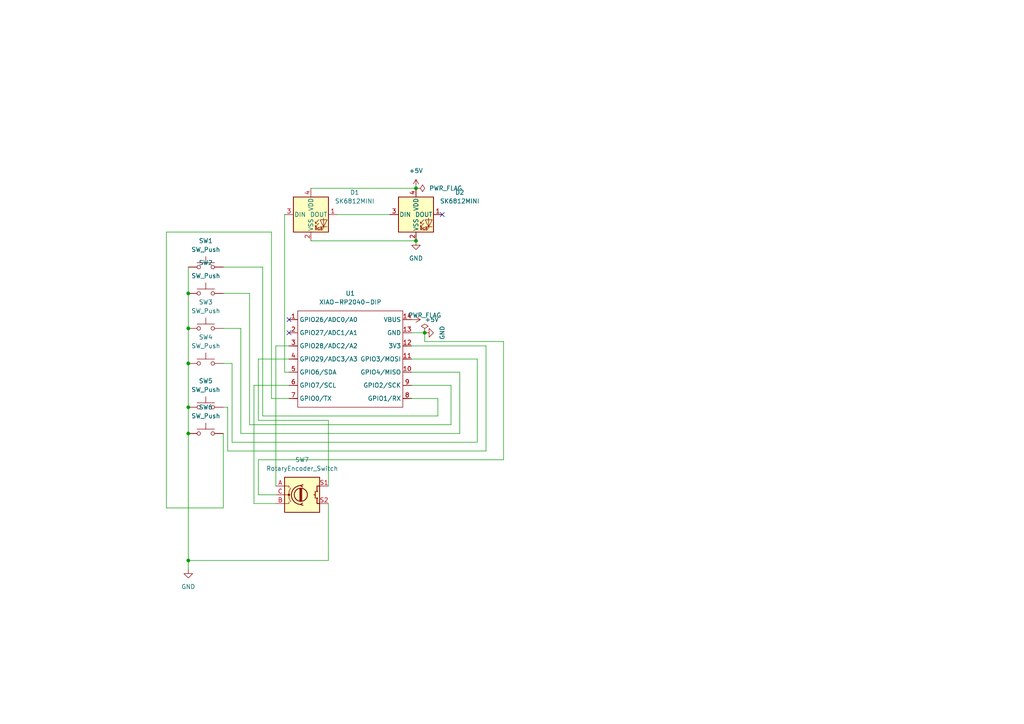
<source format=kicad_sch>
(kicad_sch
	(version 20250114)
	(generator "eeschema")
	(generator_version "9.0")
	(uuid "aec48e32-8e42-4e93-9dc4-ae3aaa8d5e45")
	(paper "A4")
	(lib_symbols
		(symbol "Device:RotaryEncoder_Switch"
			(pin_names
				(offset 0.254)
				(hide yes)
			)
			(exclude_from_sim no)
			(in_bom yes)
			(on_board yes)
			(property "Reference" "SW"
				(at 0 6.604 0)
				(effects
					(font
						(size 1.27 1.27)
					)
				)
			)
			(property "Value" "RotaryEncoder_Switch"
				(at 0 -6.604 0)
				(effects
					(font
						(size 1.27 1.27)
					)
				)
			)
			(property "Footprint" ""
				(at -3.81 4.064 0)
				(effects
					(font
						(size 1.27 1.27)
					)
					(hide yes)
				)
			)
			(property "Datasheet" "~"
				(at 0 6.604 0)
				(effects
					(font
						(size 1.27 1.27)
					)
					(hide yes)
				)
			)
			(property "Description" "Rotary encoder, dual channel, incremental quadrate outputs, with switch"
				(at 0 0 0)
				(effects
					(font
						(size 1.27 1.27)
					)
					(hide yes)
				)
			)
			(property "ki_keywords" "rotary switch encoder switch push button"
				(at 0 0 0)
				(effects
					(font
						(size 1.27 1.27)
					)
					(hide yes)
				)
			)
			(property "ki_fp_filters" "RotaryEncoder*Switch*"
				(at 0 0 0)
				(effects
					(font
						(size 1.27 1.27)
					)
					(hide yes)
				)
			)
			(symbol "RotaryEncoder_Switch_0_1"
				(rectangle
					(start -5.08 5.08)
					(end 5.08 -5.08)
					(stroke
						(width 0.254)
						(type default)
					)
					(fill
						(type background)
					)
				)
				(polyline
					(pts
						(xy -5.08 2.54) (xy -3.81 2.54) (xy -3.81 2.032)
					)
					(stroke
						(width 0)
						(type default)
					)
					(fill
						(type none)
					)
				)
				(polyline
					(pts
						(xy -5.08 0) (xy -3.81 0) (xy -3.81 -1.016) (xy -3.302 -2.032)
					)
					(stroke
						(width 0)
						(type default)
					)
					(fill
						(type none)
					)
				)
				(polyline
					(pts
						(xy -5.08 -2.54) (xy -3.81 -2.54) (xy -3.81 -2.032)
					)
					(stroke
						(width 0)
						(type default)
					)
					(fill
						(type none)
					)
				)
				(polyline
					(pts
						(xy -4.318 0) (xy -3.81 0) (xy -3.81 1.016) (xy -3.302 2.032)
					)
					(stroke
						(width 0)
						(type default)
					)
					(fill
						(type none)
					)
				)
				(circle
					(center -3.81 0)
					(radius 0.254)
					(stroke
						(width 0)
						(type default)
					)
					(fill
						(type outline)
					)
				)
				(polyline
					(pts
						(xy -0.635 -1.778) (xy -0.635 1.778)
					)
					(stroke
						(width 0.254)
						(type default)
					)
					(fill
						(type none)
					)
				)
				(circle
					(center -0.381 0)
					(radius 1.905)
					(stroke
						(width 0.254)
						(type default)
					)
					(fill
						(type none)
					)
				)
				(polyline
					(pts
						(xy -0.381 -1.778) (xy -0.381 1.778)
					)
					(stroke
						(width 0.254)
						(type default)
					)
					(fill
						(type none)
					)
				)
				(arc
					(start -0.381 -2.794)
					(mid -3.0988 -0.0635)
					(end -0.381 2.667)
					(stroke
						(width 0.254)
						(type default)
					)
					(fill
						(type none)
					)
				)
				(polyline
					(pts
						(xy -0.127 1.778) (xy -0.127 -1.778)
					)
					(stroke
						(width 0.254)
						(type default)
					)
					(fill
						(type none)
					)
				)
				(polyline
					(pts
						(xy 0.254 2.921) (xy -0.508 2.667) (xy 0.127 2.286)
					)
					(stroke
						(width 0.254)
						(type default)
					)
					(fill
						(type none)
					)
				)
				(polyline
					(pts
						(xy 0.254 -3.048) (xy -0.508 -2.794) (xy 0.127 -2.413)
					)
					(stroke
						(width 0.254)
						(type default)
					)
					(fill
						(type none)
					)
				)
				(polyline
					(pts
						(xy 3.81 1.016) (xy 3.81 -1.016)
					)
					(stroke
						(width 0.254)
						(type default)
					)
					(fill
						(type none)
					)
				)
				(polyline
					(pts
						(xy 3.81 0) (xy 3.429 0)
					)
					(stroke
						(width 0.254)
						(type default)
					)
					(fill
						(type none)
					)
				)
				(circle
					(center 4.318 1.016)
					(radius 0.127)
					(stroke
						(width 0.254)
						(type default)
					)
					(fill
						(type none)
					)
				)
				(circle
					(center 4.318 -1.016)
					(radius 0.127)
					(stroke
						(width 0.254)
						(type default)
					)
					(fill
						(type none)
					)
				)
				(polyline
					(pts
						(xy 5.08 2.54) (xy 4.318 2.54) (xy 4.318 1.016)
					)
					(stroke
						(width 0.254)
						(type default)
					)
					(fill
						(type none)
					)
				)
				(polyline
					(pts
						(xy 5.08 -2.54) (xy 4.318 -2.54) (xy 4.318 -1.016)
					)
					(stroke
						(width 0.254)
						(type default)
					)
					(fill
						(type none)
					)
				)
			)
			(symbol "RotaryEncoder_Switch_1_1"
				(pin passive line
					(at -7.62 2.54 0)
					(length 2.54)
					(name "A"
						(effects
							(font
								(size 1.27 1.27)
							)
						)
					)
					(number "A"
						(effects
							(font
								(size 1.27 1.27)
							)
						)
					)
				)
				(pin passive line
					(at -7.62 0 0)
					(length 2.54)
					(name "C"
						(effects
							(font
								(size 1.27 1.27)
							)
						)
					)
					(number "C"
						(effects
							(font
								(size 1.27 1.27)
							)
						)
					)
				)
				(pin passive line
					(at -7.62 -2.54 0)
					(length 2.54)
					(name "B"
						(effects
							(font
								(size 1.27 1.27)
							)
						)
					)
					(number "B"
						(effects
							(font
								(size 1.27 1.27)
							)
						)
					)
				)
				(pin passive line
					(at 7.62 2.54 180)
					(length 2.54)
					(name "S1"
						(effects
							(font
								(size 1.27 1.27)
							)
						)
					)
					(number "S1"
						(effects
							(font
								(size 1.27 1.27)
							)
						)
					)
				)
				(pin passive line
					(at 7.62 -2.54 180)
					(length 2.54)
					(name "S2"
						(effects
							(font
								(size 1.27 1.27)
							)
						)
					)
					(number "S2"
						(effects
							(font
								(size 1.27 1.27)
							)
						)
					)
				)
			)
			(embedded_fonts no)
		)
		(symbol "LED:SK6812MINI"
			(pin_names
				(offset 0.254)
			)
			(exclude_from_sim no)
			(in_bom yes)
			(on_board yes)
			(property "Reference" "D"
				(at 5.08 5.715 0)
				(effects
					(font
						(size 1.27 1.27)
					)
					(justify right bottom)
				)
			)
			(property "Value" "SK6812MINI"
				(at 1.27 -5.715 0)
				(effects
					(font
						(size 1.27 1.27)
					)
					(justify left top)
				)
			)
			(property "Footprint" "LED_SMD:LED_SK6812MINI_PLCC4_3.5x3.5mm_P1.75mm"
				(at 1.27 -7.62 0)
				(effects
					(font
						(size 1.27 1.27)
					)
					(justify left top)
					(hide yes)
				)
			)
			(property "Datasheet" "https://cdn-shop.adafruit.com/product-files/2686/SK6812MINI_REV.01-1-2.pdf"
				(at 2.54 -9.525 0)
				(effects
					(font
						(size 1.27 1.27)
					)
					(justify left top)
					(hide yes)
				)
			)
			(property "Description" "RGB LED with integrated controller"
				(at 0 0 0)
				(effects
					(font
						(size 1.27 1.27)
					)
					(hide yes)
				)
			)
			(property "ki_keywords" "RGB LED NeoPixel Mini addressable"
				(at 0 0 0)
				(effects
					(font
						(size 1.27 1.27)
					)
					(hide yes)
				)
			)
			(property "ki_fp_filters" "LED*SK6812MINI*PLCC*3.5x3.5mm*P1.75mm*"
				(at 0 0 0)
				(effects
					(font
						(size 1.27 1.27)
					)
					(hide yes)
				)
			)
			(symbol "SK6812MINI_0_0"
				(text "RGB"
					(at 2.286 -4.191 0)
					(effects
						(font
							(size 0.762 0.762)
						)
					)
				)
			)
			(symbol "SK6812MINI_0_1"
				(polyline
					(pts
						(xy 1.27 -2.54) (xy 1.778 -2.54)
					)
					(stroke
						(width 0)
						(type default)
					)
					(fill
						(type none)
					)
				)
				(polyline
					(pts
						(xy 1.27 -3.556) (xy 1.778 -3.556)
					)
					(stroke
						(width 0)
						(type default)
					)
					(fill
						(type none)
					)
				)
				(polyline
					(pts
						(xy 2.286 -1.524) (xy 1.27 -2.54) (xy 1.27 -2.032)
					)
					(stroke
						(width 0)
						(type default)
					)
					(fill
						(type none)
					)
				)
				(polyline
					(pts
						(xy 2.286 -2.54) (xy 1.27 -3.556) (xy 1.27 -3.048)
					)
					(stroke
						(width 0)
						(type default)
					)
					(fill
						(type none)
					)
				)
				(polyline
					(pts
						(xy 3.683 -1.016) (xy 3.683 -3.556) (xy 3.683 -4.064)
					)
					(stroke
						(width 0)
						(type default)
					)
					(fill
						(type none)
					)
				)
				(polyline
					(pts
						(xy 4.699 -1.524) (xy 2.667 -1.524) (xy 3.683 -3.556) (xy 4.699 -1.524)
					)
					(stroke
						(width 0)
						(type default)
					)
					(fill
						(type none)
					)
				)
				(polyline
					(pts
						(xy 4.699 -3.556) (xy 2.667 -3.556)
					)
					(stroke
						(width 0)
						(type default)
					)
					(fill
						(type none)
					)
				)
				(rectangle
					(start 5.08 5.08)
					(end -5.08 -5.08)
					(stroke
						(width 0.254)
						(type default)
					)
					(fill
						(type background)
					)
				)
			)
			(symbol "SK6812MINI_1_1"
				(pin input line
					(at -7.62 0 0)
					(length 2.54)
					(name "DIN"
						(effects
							(font
								(size 1.27 1.27)
							)
						)
					)
					(number "3"
						(effects
							(font
								(size 1.27 1.27)
							)
						)
					)
				)
				(pin power_in line
					(at 0 7.62 270)
					(length 2.54)
					(name "VDD"
						(effects
							(font
								(size 1.27 1.27)
							)
						)
					)
					(number "4"
						(effects
							(font
								(size 1.27 1.27)
							)
						)
					)
				)
				(pin power_in line
					(at 0 -7.62 90)
					(length 2.54)
					(name "VSS"
						(effects
							(font
								(size 1.27 1.27)
							)
						)
					)
					(number "2"
						(effects
							(font
								(size 1.27 1.27)
							)
						)
					)
				)
				(pin output line
					(at 7.62 0 180)
					(length 2.54)
					(name "DOUT"
						(effects
							(font
								(size 1.27 1.27)
							)
						)
					)
					(number "1"
						(effects
							(font
								(size 1.27 1.27)
							)
						)
					)
				)
			)
			(embedded_fonts no)
		)
		(symbol "OPL:XIAO-RP2040-DIP"
			(exclude_from_sim no)
			(in_bom yes)
			(on_board yes)
			(property "Reference" "U"
				(at 0 0 0)
				(effects
					(font
						(size 1.27 1.27)
					)
				)
			)
			(property "Value" "XIAO-RP2040-DIP"
				(at 5.334 -1.778 0)
				(effects
					(font
						(size 1.27 1.27)
					)
				)
			)
			(property "Footprint" "Module:MOUDLE14P-XIAO-DIP-SMD"
				(at 14.478 -32.258 0)
				(effects
					(font
						(size 1.27 1.27)
					)
					(hide yes)
				)
			)
			(property "Datasheet" ""
				(at 0 0 0)
				(effects
					(font
						(size 1.27 1.27)
					)
					(hide yes)
				)
			)
			(property "Description" ""
				(at 0 0 0)
				(effects
					(font
						(size 1.27 1.27)
					)
					(hide yes)
				)
			)
			(symbol "XIAO-RP2040-DIP_1_0"
				(polyline
					(pts
						(xy -1.27 -2.54) (xy 29.21 -2.54)
					)
					(stroke
						(width 0.1524)
						(type solid)
					)
					(fill
						(type none)
					)
				)
				(polyline
					(pts
						(xy -1.27 -5.08) (xy -2.54 -5.08)
					)
					(stroke
						(width 0.1524)
						(type solid)
					)
					(fill
						(type none)
					)
				)
				(polyline
					(pts
						(xy -1.27 -5.08) (xy -1.27 -2.54)
					)
					(stroke
						(width 0.1524)
						(type solid)
					)
					(fill
						(type none)
					)
				)
				(polyline
					(pts
						(xy -1.27 -8.89) (xy -2.54 -8.89)
					)
					(stroke
						(width 0.1524)
						(type solid)
					)
					(fill
						(type none)
					)
				)
				(polyline
					(pts
						(xy -1.27 -8.89) (xy -1.27 -5.08)
					)
					(stroke
						(width 0.1524)
						(type solid)
					)
					(fill
						(type none)
					)
				)
				(polyline
					(pts
						(xy -1.27 -12.7) (xy -2.54 -12.7)
					)
					(stroke
						(width 0.1524)
						(type solid)
					)
					(fill
						(type none)
					)
				)
				(polyline
					(pts
						(xy -1.27 -12.7) (xy -1.27 -8.89)
					)
					(stroke
						(width 0.1524)
						(type solid)
					)
					(fill
						(type none)
					)
				)
				(polyline
					(pts
						(xy -1.27 -16.51) (xy -2.54 -16.51)
					)
					(stroke
						(width 0.1524)
						(type solid)
					)
					(fill
						(type none)
					)
				)
				(polyline
					(pts
						(xy -1.27 -16.51) (xy -1.27 -12.7)
					)
					(stroke
						(width 0.1524)
						(type solid)
					)
					(fill
						(type none)
					)
				)
				(polyline
					(pts
						(xy -1.27 -20.32) (xy -2.54 -20.32)
					)
					(stroke
						(width 0.1524)
						(type solid)
					)
					(fill
						(type none)
					)
				)
				(polyline
					(pts
						(xy -1.27 -24.13) (xy -2.54 -24.13)
					)
					(stroke
						(width 0.1524)
						(type solid)
					)
					(fill
						(type none)
					)
				)
				(polyline
					(pts
						(xy -1.27 -27.94) (xy -2.54 -27.94)
					)
					(stroke
						(width 0.1524)
						(type solid)
					)
					(fill
						(type none)
					)
				)
				(polyline
					(pts
						(xy -1.27 -30.48) (xy -1.27 -16.51)
					)
					(stroke
						(width 0.1524)
						(type solid)
					)
					(fill
						(type none)
					)
				)
				(polyline
					(pts
						(xy 29.21 -2.54) (xy 29.21 -5.08)
					)
					(stroke
						(width 0.1524)
						(type solid)
					)
					(fill
						(type none)
					)
				)
				(polyline
					(pts
						(xy 29.21 -5.08) (xy 29.21 -8.89)
					)
					(stroke
						(width 0.1524)
						(type solid)
					)
					(fill
						(type none)
					)
				)
				(polyline
					(pts
						(xy 29.21 -8.89) (xy 29.21 -12.7)
					)
					(stroke
						(width 0.1524)
						(type solid)
					)
					(fill
						(type none)
					)
				)
				(polyline
					(pts
						(xy 29.21 -12.7) (xy 29.21 -30.48)
					)
					(stroke
						(width 0.1524)
						(type solid)
					)
					(fill
						(type none)
					)
				)
				(polyline
					(pts
						(xy 29.21 -30.48) (xy -1.27 -30.48)
					)
					(stroke
						(width 0.1524)
						(type solid)
					)
					(fill
						(type none)
					)
				)
				(polyline
					(pts
						(xy 30.48 -5.08) (xy 29.21 -5.08)
					)
					(stroke
						(width 0.1524)
						(type solid)
					)
					(fill
						(type none)
					)
				)
				(polyline
					(pts
						(xy 30.48 -8.89) (xy 29.21 -8.89)
					)
					(stroke
						(width 0.1524)
						(type solid)
					)
					(fill
						(type none)
					)
				)
				(polyline
					(pts
						(xy 30.48 -12.7) (xy 29.21 -12.7)
					)
					(stroke
						(width 0.1524)
						(type solid)
					)
					(fill
						(type none)
					)
				)
				(polyline
					(pts
						(xy 30.48 -16.51) (xy 29.21 -16.51)
					)
					(stroke
						(width 0.1524)
						(type solid)
					)
					(fill
						(type none)
					)
				)
				(polyline
					(pts
						(xy 30.48 -20.32) (xy 29.21 -20.32)
					)
					(stroke
						(width 0.1524)
						(type solid)
					)
					(fill
						(type none)
					)
				)
				(polyline
					(pts
						(xy 30.48 -24.13) (xy 29.21 -24.13)
					)
					(stroke
						(width 0.1524)
						(type solid)
					)
					(fill
						(type none)
					)
				)
				(polyline
					(pts
						(xy 30.48 -27.94) (xy 29.21 -27.94)
					)
					(stroke
						(width 0.1524)
						(type solid)
					)
					(fill
						(type none)
					)
				)
				(pin passive line
					(at -3.81 -5.08 0)
					(length 2.54)
					(name "GPIO26/ADC0/A0"
						(effects
							(font
								(size 1.27 1.27)
							)
						)
					)
					(number "1"
						(effects
							(font
								(size 1.27 1.27)
							)
						)
					)
				)
				(pin passive line
					(at -3.81 -8.89 0)
					(length 2.54)
					(name "GPIO27/ADC1/A1"
						(effects
							(font
								(size 1.27 1.27)
							)
						)
					)
					(number "2"
						(effects
							(font
								(size 1.27 1.27)
							)
						)
					)
				)
				(pin passive line
					(at -3.81 -12.7 0)
					(length 2.54)
					(name "GPIO28/ADC2/A2"
						(effects
							(font
								(size 1.27 1.27)
							)
						)
					)
					(number "3"
						(effects
							(font
								(size 1.27 1.27)
							)
						)
					)
				)
				(pin passive line
					(at -3.81 -16.51 0)
					(length 2.54)
					(name "GPIO29/ADC3/A3"
						(effects
							(font
								(size 1.27 1.27)
							)
						)
					)
					(number "4"
						(effects
							(font
								(size 1.27 1.27)
							)
						)
					)
				)
				(pin passive line
					(at -3.81 -20.32 0)
					(length 2.54)
					(name "GPIO6/SDA"
						(effects
							(font
								(size 1.27 1.27)
							)
						)
					)
					(number "5"
						(effects
							(font
								(size 1.27 1.27)
							)
						)
					)
				)
				(pin passive line
					(at -3.81 -24.13 0)
					(length 2.54)
					(name "GPIO7/SCL"
						(effects
							(font
								(size 1.27 1.27)
							)
						)
					)
					(number "6"
						(effects
							(font
								(size 1.27 1.27)
							)
						)
					)
				)
				(pin passive line
					(at -3.81 -27.94 0)
					(length 2.54)
					(name "GPIO0/TX"
						(effects
							(font
								(size 1.27 1.27)
							)
						)
					)
					(number "7"
						(effects
							(font
								(size 1.27 1.27)
							)
						)
					)
				)
				(pin passive line
					(at 31.75 -5.08 180)
					(length 2.54)
					(name "VBUS"
						(effects
							(font
								(size 1.27 1.27)
							)
						)
					)
					(number "14"
						(effects
							(font
								(size 1.27 1.27)
							)
						)
					)
				)
				(pin passive line
					(at 31.75 -8.89 180)
					(length 2.54)
					(name "GND"
						(effects
							(font
								(size 1.27 1.27)
							)
						)
					)
					(number "13"
						(effects
							(font
								(size 1.27 1.27)
							)
						)
					)
				)
				(pin passive line
					(at 31.75 -12.7 180)
					(length 2.54)
					(name "3V3"
						(effects
							(font
								(size 1.27 1.27)
							)
						)
					)
					(number "12"
						(effects
							(font
								(size 1.27 1.27)
							)
						)
					)
				)
				(pin passive line
					(at 31.75 -16.51 180)
					(length 2.54)
					(name "GPIO3/MOSI"
						(effects
							(font
								(size 1.27 1.27)
							)
						)
					)
					(number "11"
						(effects
							(font
								(size 1.27 1.27)
							)
						)
					)
				)
				(pin passive line
					(at 31.75 -20.32 180)
					(length 2.54)
					(name "GPIO4/MISO"
						(effects
							(font
								(size 1.27 1.27)
							)
						)
					)
					(number "10"
						(effects
							(font
								(size 1.27 1.27)
							)
						)
					)
				)
				(pin passive line
					(at 31.75 -24.13 180)
					(length 2.54)
					(name "GPIO2/SCK"
						(effects
							(font
								(size 1.27 1.27)
							)
						)
					)
					(number "9"
						(effects
							(font
								(size 1.27 1.27)
							)
						)
					)
				)
				(pin passive line
					(at 31.75 -27.94 180)
					(length 2.54)
					(name "GPIO1/RX"
						(effects
							(font
								(size 1.27 1.27)
							)
						)
					)
					(number "8"
						(effects
							(font
								(size 1.27 1.27)
							)
						)
					)
				)
			)
			(embedded_fonts no)
		)
		(symbol "Switch:SW_Push"
			(pin_numbers
				(hide yes)
			)
			(pin_names
				(offset 1.016)
				(hide yes)
			)
			(exclude_from_sim no)
			(in_bom yes)
			(on_board yes)
			(property "Reference" "SW"
				(at 1.27 2.54 0)
				(effects
					(font
						(size 1.27 1.27)
					)
					(justify left)
				)
			)
			(property "Value" "SW_Push"
				(at 0 -1.524 0)
				(effects
					(font
						(size 1.27 1.27)
					)
				)
			)
			(property "Footprint" ""
				(at 0 5.08 0)
				(effects
					(font
						(size 1.27 1.27)
					)
					(hide yes)
				)
			)
			(property "Datasheet" "~"
				(at 0 5.08 0)
				(effects
					(font
						(size 1.27 1.27)
					)
					(hide yes)
				)
			)
			(property "Description" "Push button switch, generic, two pins"
				(at 0 0 0)
				(effects
					(font
						(size 1.27 1.27)
					)
					(hide yes)
				)
			)
			(property "ki_keywords" "switch normally-open pushbutton push-button"
				(at 0 0 0)
				(effects
					(font
						(size 1.27 1.27)
					)
					(hide yes)
				)
			)
			(symbol "SW_Push_0_1"
				(circle
					(center -2.032 0)
					(radius 0.508)
					(stroke
						(width 0)
						(type default)
					)
					(fill
						(type none)
					)
				)
				(polyline
					(pts
						(xy 0 1.27) (xy 0 3.048)
					)
					(stroke
						(width 0)
						(type default)
					)
					(fill
						(type none)
					)
				)
				(circle
					(center 2.032 0)
					(radius 0.508)
					(stroke
						(width 0)
						(type default)
					)
					(fill
						(type none)
					)
				)
				(polyline
					(pts
						(xy 2.54 1.27) (xy -2.54 1.27)
					)
					(stroke
						(width 0)
						(type default)
					)
					(fill
						(type none)
					)
				)
				(pin passive line
					(at -5.08 0 0)
					(length 2.54)
					(name "1"
						(effects
							(font
								(size 1.27 1.27)
							)
						)
					)
					(number "1"
						(effects
							(font
								(size 1.27 1.27)
							)
						)
					)
				)
				(pin passive line
					(at 5.08 0 180)
					(length 2.54)
					(name "2"
						(effects
							(font
								(size 1.27 1.27)
							)
						)
					)
					(number "2"
						(effects
							(font
								(size 1.27 1.27)
							)
						)
					)
				)
			)
			(embedded_fonts no)
		)
		(symbol "power:+5V"
			(power)
			(pin_numbers
				(hide yes)
			)
			(pin_names
				(offset 0)
				(hide yes)
			)
			(exclude_from_sim no)
			(in_bom yes)
			(on_board yes)
			(property "Reference" "#PWR"
				(at 0 -3.81 0)
				(effects
					(font
						(size 1.27 1.27)
					)
					(hide yes)
				)
			)
			(property "Value" "+5V"
				(at 0 3.556 0)
				(effects
					(font
						(size 1.27 1.27)
					)
				)
			)
			(property "Footprint" ""
				(at 0 0 0)
				(effects
					(font
						(size 1.27 1.27)
					)
					(hide yes)
				)
			)
			(property "Datasheet" ""
				(at 0 0 0)
				(effects
					(font
						(size 1.27 1.27)
					)
					(hide yes)
				)
			)
			(property "Description" "Power symbol creates a global label with name \"+5V\""
				(at 0 0 0)
				(effects
					(font
						(size 1.27 1.27)
					)
					(hide yes)
				)
			)
			(property "ki_keywords" "global power"
				(at 0 0 0)
				(effects
					(font
						(size 1.27 1.27)
					)
					(hide yes)
				)
			)
			(symbol "+5V_0_1"
				(polyline
					(pts
						(xy -0.762 1.27) (xy 0 2.54)
					)
					(stroke
						(width 0)
						(type default)
					)
					(fill
						(type none)
					)
				)
				(polyline
					(pts
						(xy 0 2.54) (xy 0.762 1.27)
					)
					(stroke
						(width 0)
						(type default)
					)
					(fill
						(type none)
					)
				)
				(polyline
					(pts
						(xy 0 0) (xy 0 2.54)
					)
					(stroke
						(width 0)
						(type default)
					)
					(fill
						(type none)
					)
				)
			)
			(symbol "+5V_1_1"
				(pin power_in line
					(at 0 0 90)
					(length 0)
					(name "~"
						(effects
							(font
								(size 1.27 1.27)
							)
						)
					)
					(number "1"
						(effects
							(font
								(size 1.27 1.27)
							)
						)
					)
				)
			)
			(embedded_fonts no)
		)
		(symbol "power:GND"
			(power)
			(pin_numbers
				(hide yes)
			)
			(pin_names
				(offset 0)
				(hide yes)
			)
			(exclude_from_sim no)
			(in_bom yes)
			(on_board yes)
			(property "Reference" "#PWR"
				(at 0 -6.35 0)
				(effects
					(font
						(size 1.27 1.27)
					)
					(hide yes)
				)
			)
			(property "Value" "GND"
				(at 0 -3.81 0)
				(effects
					(font
						(size 1.27 1.27)
					)
				)
			)
			(property "Footprint" ""
				(at 0 0 0)
				(effects
					(font
						(size 1.27 1.27)
					)
					(hide yes)
				)
			)
			(property "Datasheet" ""
				(at 0 0 0)
				(effects
					(font
						(size 1.27 1.27)
					)
					(hide yes)
				)
			)
			(property "Description" "Power symbol creates a global label with name \"GND\" , ground"
				(at 0 0 0)
				(effects
					(font
						(size 1.27 1.27)
					)
					(hide yes)
				)
			)
			(property "ki_keywords" "global power"
				(at 0 0 0)
				(effects
					(font
						(size 1.27 1.27)
					)
					(hide yes)
				)
			)
			(symbol "GND_0_1"
				(polyline
					(pts
						(xy 0 0) (xy 0 -1.27) (xy 1.27 -1.27) (xy 0 -2.54) (xy -1.27 -1.27) (xy 0 -1.27)
					)
					(stroke
						(width 0)
						(type default)
					)
					(fill
						(type none)
					)
				)
			)
			(symbol "GND_1_1"
				(pin power_in line
					(at 0 0 270)
					(length 0)
					(name "~"
						(effects
							(font
								(size 1.27 1.27)
							)
						)
					)
					(number "1"
						(effects
							(font
								(size 1.27 1.27)
							)
						)
					)
				)
			)
			(embedded_fonts no)
		)
		(symbol "power:PWR_FLAG"
			(power)
			(pin_numbers
				(hide yes)
			)
			(pin_names
				(offset 0)
				(hide yes)
			)
			(exclude_from_sim no)
			(in_bom yes)
			(on_board yes)
			(property "Reference" "#FLG"
				(at 0 1.905 0)
				(effects
					(font
						(size 1.27 1.27)
					)
					(hide yes)
				)
			)
			(property "Value" "PWR_FLAG"
				(at 0 3.81 0)
				(effects
					(font
						(size 1.27 1.27)
					)
				)
			)
			(property "Footprint" ""
				(at 0 0 0)
				(effects
					(font
						(size 1.27 1.27)
					)
					(hide yes)
				)
			)
			(property "Datasheet" "~"
				(at 0 0 0)
				(effects
					(font
						(size 1.27 1.27)
					)
					(hide yes)
				)
			)
			(property "Description" "Special symbol for telling ERC where power comes from"
				(at 0 0 0)
				(effects
					(font
						(size 1.27 1.27)
					)
					(hide yes)
				)
			)
			(property "ki_keywords" "flag power"
				(at 0 0 0)
				(effects
					(font
						(size 1.27 1.27)
					)
					(hide yes)
				)
			)
			(symbol "PWR_FLAG_0_0"
				(pin power_out line
					(at 0 0 90)
					(length 0)
					(name "~"
						(effects
							(font
								(size 1.27 1.27)
							)
						)
					)
					(number "1"
						(effects
							(font
								(size 1.27 1.27)
							)
						)
					)
				)
			)
			(symbol "PWR_FLAG_0_1"
				(polyline
					(pts
						(xy 0 0) (xy 0 1.27) (xy -1.016 1.905) (xy 0 2.54) (xy 1.016 1.905) (xy 0 1.27)
					)
					(stroke
						(width 0)
						(type default)
					)
					(fill
						(type none)
					)
				)
			)
			(embedded_fonts no)
		)
	)
	(junction
		(at 54.61 95.25)
		(diameter 0)
		(color 0 0 0 0)
		(uuid "05fee1ed-14bd-469c-90b0-08edacc13ddf")
	)
	(junction
		(at 54.61 105.41)
		(diameter 0)
		(color 0 0 0 0)
		(uuid "33682bed-7fd7-4a00-84f0-d585241cf7c7")
	)
	(junction
		(at 54.61 85.09)
		(diameter 0)
		(color 0 0 0 0)
		(uuid "8f74c9e6-5658-4cc2-9d1f-0678c29a2e8a")
	)
	(junction
		(at 54.61 118.11)
		(diameter 0)
		(color 0 0 0 0)
		(uuid "90605ace-6375-49f3-8519-31cefce43df0")
	)
	(junction
		(at 54.61 125.73)
		(diameter 0)
		(color 0 0 0 0)
		(uuid "95a3cbee-9eec-4280-a305-2ea160a320cc")
	)
	(junction
		(at 54.61 162.56)
		(diameter 0)
		(color 0 0 0 0)
		(uuid "9cd67fb4-e100-48d0-841c-196083b836c0")
	)
	(junction
		(at 123.19 96.52)
		(diameter 0)
		(color 0 0 0 0)
		(uuid "aa7ba81d-6311-4fec-a4bf-de8cfd670a02")
	)
	(junction
		(at 120.65 54.61)
		(diameter 0)
		(color 0 0 0 0)
		(uuid "be37b517-ce28-4b64-ac02-b4976f4dd929")
	)
	(junction
		(at 120.65 69.85)
		(diameter 0)
		(color 0 0 0 0)
		(uuid "eb121eba-206d-4dbc-bd77-b9889f418cfb")
	)
	(no_connect
		(at 83.82 92.71)
		(uuid "31042db6-0b1a-459e-98f6-351a68a2ec0e")
	)
	(no_connect
		(at 128.27 62.23)
		(uuid "7fa10f89-0eb9-461f-8f89-9beac9c5ca86")
	)
	(no_connect
		(at 83.82 96.52)
		(uuid "d9620e54-8f53-48b5-83d9-93d8d149550d")
	)
	(wire
		(pts
			(xy 72.39 123.19) (xy 130.81 123.19)
		)
		(stroke
			(width 0)
			(type default)
		)
		(uuid "04e59783-e933-4442-856f-44d2e73cdf59")
	)
	(wire
		(pts
			(xy 130.81 123.19) (xy 130.81 111.76)
		)
		(stroke
			(width 0)
			(type default)
		)
		(uuid "0649aa2f-afb2-4d7a-8150-7490dc1fc46c")
	)
	(wire
		(pts
			(xy 69.85 95.25) (xy 69.85 125.73)
		)
		(stroke
			(width 0)
			(type default)
		)
		(uuid "07a7fed9-ee8f-4875-81f5-16153420a18e")
	)
	(wire
		(pts
			(xy 146.05 99.06) (xy 123.19 99.06)
		)
		(stroke
			(width 0)
			(type default)
		)
		(uuid "10cf50c1-951d-4ccb-b7fe-b4a059bbacc4")
	)
	(wire
		(pts
			(xy 72.39 85.09) (xy 72.39 123.19)
		)
		(stroke
			(width 0)
			(type default)
		)
		(uuid "15048699-6477-4a1a-b44d-946e02a08623")
	)
	(wire
		(pts
			(xy 82.55 62.23) (xy 82.55 107.95)
		)
		(stroke
			(width 0)
			(type default)
		)
		(uuid "1a050941-8a55-4cde-92cc-02920e081885")
	)
	(wire
		(pts
			(xy 78.74 115.57) (xy 83.82 115.57)
		)
		(stroke
			(width 0)
			(type default)
		)
		(uuid "24fbf4fc-aee2-41f6-8a3c-7d7a5706b036")
	)
	(wire
		(pts
			(xy 64.77 125.73) (xy 64.77 147.32)
		)
		(stroke
			(width 0)
			(type default)
		)
		(uuid "2e4f6453-aed8-4e4d-b65a-b53afbcf309d")
	)
	(wire
		(pts
			(xy 127 120.65) (xy 127 115.57)
		)
		(stroke
			(width 0)
			(type default)
		)
		(uuid "2fb325c1-40be-47b5-9283-a90f4ee0a2d1")
	)
	(wire
		(pts
			(xy 64.77 105.41) (xy 67.31 105.41)
		)
		(stroke
			(width 0)
			(type default)
		)
		(uuid "30128329-5f50-4751-80ad-51b5794b113b")
	)
	(wire
		(pts
			(xy 80.01 146.05) (xy 73.66 146.05)
		)
		(stroke
			(width 0)
			(type default)
		)
		(uuid "3221dc6d-1608-432e-a459-bb2d81ab2308")
	)
	(wire
		(pts
			(xy 54.61 162.56) (xy 54.61 165.1)
		)
		(stroke
			(width 0)
			(type default)
		)
		(uuid "3463d204-d7e6-4fdf-934b-f5f62ecd4389")
	)
	(wire
		(pts
			(xy 74.93 121.92) (xy 74.93 104.14)
		)
		(stroke
			(width 0)
			(type default)
		)
		(uuid "392e3c4f-4234-44d3-b208-56937d00c316")
	)
	(wire
		(pts
			(xy 146.05 133.35) (xy 146.05 99.06)
		)
		(stroke
			(width 0)
			(type default)
		)
		(uuid "3ae72b62-723e-4ab1-bd89-c0d2b35c0718")
	)
	(wire
		(pts
			(xy 95.25 140.97) (xy 95.25 121.92)
		)
		(stroke
			(width 0)
			(type default)
		)
		(uuid "3d746f01-e6db-494c-ac3e-c789d7717029")
	)
	(wire
		(pts
			(xy 138.43 128.27) (xy 138.43 104.14)
		)
		(stroke
			(width 0)
			(type default)
		)
		(uuid "3df836e2-21ec-4a15-beb8-e4076ccdf3cb")
	)
	(wire
		(pts
			(xy 76.2 120.65) (xy 127 120.65)
		)
		(stroke
			(width 0)
			(type default)
		)
		(uuid "470c18c0-aff0-4418-bec5-7fb43eb46577")
	)
	(wire
		(pts
			(xy 66.04 130.81) (xy 140.97 130.81)
		)
		(stroke
			(width 0)
			(type default)
		)
		(uuid "4b544d7a-b439-4fd3-8481-47cf1ec994b8")
	)
	(wire
		(pts
			(xy 138.43 104.14) (xy 119.38 104.14)
		)
		(stroke
			(width 0)
			(type default)
		)
		(uuid "4bf472db-78bf-4474-aa1e-2c771718b58f")
	)
	(wire
		(pts
			(xy 64.77 85.09) (xy 72.39 85.09)
		)
		(stroke
			(width 0)
			(type default)
		)
		(uuid "51ae7b88-92b4-43eb-ba8a-4b5a6035d11a")
	)
	(wire
		(pts
			(xy 95.25 121.92) (xy 74.93 121.92)
		)
		(stroke
			(width 0)
			(type default)
		)
		(uuid "55ebcf04-707a-4b48-b6af-1dfbf7c5ee9b")
	)
	(wire
		(pts
			(xy 76.2 77.47) (xy 76.2 120.65)
		)
		(stroke
			(width 0)
			(type default)
		)
		(uuid "675c1a21-8e86-4457-8f90-0281d0a0a04a")
	)
	(wire
		(pts
			(xy 54.61 85.09) (xy 54.61 95.25)
		)
		(stroke
			(width 0)
			(type default)
		)
		(uuid "6c46fe40-73dd-47e5-8638-fb918816a857")
	)
	(wire
		(pts
			(xy 78.74 67.31) (xy 78.74 115.57)
		)
		(stroke
			(width 0)
			(type default)
		)
		(uuid "72ad068c-4cf0-4f86-8832-343fb35b179f")
	)
	(wire
		(pts
			(xy 48.26 147.32) (xy 48.26 67.31)
		)
		(stroke
			(width 0)
			(type default)
		)
		(uuid "73404974-a75d-40e6-ae80-64b3d84e0ea0")
	)
	(wire
		(pts
			(xy 80.01 140.97) (xy 80.01 100.33)
		)
		(stroke
			(width 0)
			(type default)
		)
		(uuid "78774c46-f2f1-4481-a948-ea2437247e14")
	)
	(wire
		(pts
			(xy 140.97 130.81) (xy 140.97 100.33)
		)
		(stroke
			(width 0)
			(type default)
		)
		(uuid "7b56ce05-60b9-4992-8da4-7a29ccc7bea8")
	)
	(wire
		(pts
			(xy 54.61 77.47) (xy 54.61 85.09)
		)
		(stroke
			(width 0)
			(type default)
		)
		(uuid "839bd12c-d6be-4156-b72d-1b8fb5d68500")
	)
	(wire
		(pts
			(xy 66.04 118.11) (xy 66.04 130.81)
		)
		(stroke
			(width 0)
			(type default)
		)
		(uuid "862f0862-ef55-4d9f-8576-742311f89450")
	)
	(wire
		(pts
			(xy 95.25 146.05) (xy 95.25 162.56)
		)
		(stroke
			(width 0)
			(type default)
		)
		(uuid "8676fe99-08e7-4814-bbca-a6a840716454")
	)
	(wire
		(pts
			(xy 54.61 105.41) (xy 54.61 118.11)
		)
		(stroke
			(width 0)
			(type default)
		)
		(uuid "8877c57f-c709-4b0c-a22d-60b604655b12")
	)
	(wire
		(pts
			(xy 64.77 118.11) (xy 66.04 118.11)
		)
		(stroke
			(width 0)
			(type default)
		)
		(uuid "889771ce-59ec-4631-a70c-1c56bb00862b")
	)
	(wire
		(pts
			(xy 67.31 128.27) (xy 138.43 128.27)
		)
		(stroke
			(width 0)
			(type default)
		)
		(uuid "8efa3cc7-2f25-4674-b365-45a16920efeb")
	)
	(wire
		(pts
			(xy 54.61 118.11) (xy 54.61 125.73)
		)
		(stroke
			(width 0)
			(type default)
		)
		(uuid "965f675f-79d8-4c9e-a34f-e9a52c63a56e")
	)
	(wire
		(pts
			(xy 123.19 99.06) (xy 123.19 96.52)
		)
		(stroke
			(width 0)
			(type default)
		)
		(uuid "972cef1a-5361-4450-a4a6-9fc4ced78c13")
	)
	(wire
		(pts
			(xy 73.66 111.76) (xy 83.82 111.76)
		)
		(stroke
			(width 0)
			(type default)
		)
		(uuid "9c323f48-d001-4334-88e2-61d468cb5407")
	)
	(wire
		(pts
			(xy 74.93 133.35) (xy 146.05 133.35)
		)
		(stroke
			(width 0)
			(type default)
		)
		(uuid "a34b1086-0f1e-492d-90f0-4ac6cc79d2d4")
	)
	(wire
		(pts
			(xy 54.61 125.73) (xy 54.61 162.56)
		)
		(stroke
			(width 0)
			(type default)
		)
		(uuid "aa6eb237-a2b3-44a1-80d5-a09d1b6d5749")
	)
	(wire
		(pts
			(xy 95.25 162.56) (xy 54.61 162.56)
		)
		(stroke
			(width 0)
			(type default)
		)
		(uuid "b5ca328d-59ab-4998-82f1-a2f7e0d53fd3")
	)
	(wire
		(pts
			(xy 82.55 107.95) (xy 83.82 107.95)
		)
		(stroke
			(width 0)
			(type default)
		)
		(uuid "b734badd-4590-4c1b-8496-0619ac69734e")
	)
	(wire
		(pts
			(xy 119.38 111.76) (xy 130.81 111.76)
		)
		(stroke
			(width 0)
			(type default)
		)
		(uuid "b7945301-727e-4394-a1e6-76caaf5aa53c")
	)
	(wire
		(pts
			(xy 73.66 146.05) (xy 73.66 111.76)
		)
		(stroke
			(width 0)
			(type default)
		)
		(uuid "b9ec5579-ed3e-4275-a9b1-9760a59cc11e")
	)
	(wire
		(pts
			(xy 90.17 54.61) (xy 120.65 54.61)
		)
		(stroke
			(width 0)
			(type default)
		)
		(uuid "b9ede35f-3ec7-4a09-a0ba-1e5ee0ffd79f")
	)
	(wire
		(pts
			(xy 127 115.57) (xy 119.38 115.57)
		)
		(stroke
			(width 0)
			(type default)
		)
		(uuid "ba3fcaae-9096-4875-ae88-6dc1633a7a12")
	)
	(wire
		(pts
			(xy 64.77 147.32) (xy 48.26 147.32)
		)
		(stroke
			(width 0)
			(type default)
		)
		(uuid "bd0b5ee0-2e86-47ae-be64-ff5d36368b94")
	)
	(wire
		(pts
			(xy 69.85 125.73) (xy 133.35 125.73)
		)
		(stroke
			(width 0)
			(type default)
		)
		(uuid "beef151f-f502-48ea-9ddd-05172195b01a")
	)
	(wire
		(pts
			(xy 140.97 100.33) (xy 119.38 100.33)
		)
		(stroke
			(width 0)
			(type default)
		)
		(uuid "c09cb220-7cde-4483-a600-4d9da6ed1668")
	)
	(wire
		(pts
			(xy 80.01 143.51) (xy 74.93 143.51)
		)
		(stroke
			(width 0)
			(type default)
		)
		(uuid "c80d2798-27ed-4b9a-87df-6ffb09f6fe65")
	)
	(wire
		(pts
			(xy 80.01 100.33) (xy 83.82 100.33)
		)
		(stroke
			(width 0)
			(type default)
		)
		(uuid "c994f832-8650-43ad-b251-45ce3788c604")
	)
	(wire
		(pts
			(xy 64.77 77.47) (xy 76.2 77.47)
		)
		(stroke
			(width 0)
			(type default)
		)
		(uuid "cd5fed1c-4930-4245-be2c-4caade98de60")
	)
	(wire
		(pts
			(xy 48.26 67.31) (xy 78.74 67.31)
		)
		(stroke
			(width 0)
			(type default)
		)
		(uuid "d3f07bee-b3c2-4d2a-aec8-b4946f4f4b68")
	)
	(wire
		(pts
			(xy 123.19 96.52) (xy 119.38 96.52)
		)
		(stroke
			(width 0)
			(type default)
		)
		(uuid "d9184ecd-4985-42d3-ae3a-d053ac23eb33")
	)
	(wire
		(pts
			(xy 133.35 107.95) (xy 119.38 107.95)
		)
		(stroke
			(width 0)
			(type default)
		)
		(uuid "dcbe807e-087f-43d1-99ac-02979f6d0444")
	)
	(wire
		(pts
			(xy 64.77 95.25) (xy 69.85 95.25)
		)
		(stroke
			(width 0)
			(type default)
		)
		(uuid "e7878a49-e398-4509-8f59-d2692bd32865")
	)
	(wire
		(pts
			(xy 74.93 104.14) (xy 83.82 104.14)
		)
		(stroke
			(width 0)
			(type default)
		)
		(uuid "e7fc74e6-4d4f-4f45-8f0b-9cc36f3111c1")
	)
	(wire
		(pts
			(xy 90.17 69.85) (xy 120.65 69.85)
		)
		(stroke
			(width 0)
			(type default)
		)
		(uuid "e8b8eeec-9aed-4b2e-a673-cc85cd354ce7")
	)
	(wire
		(pts
			(xy 67.31 105.41) (xy 67.31 128.27)
		)
		(stroke
			(width 0)
			(type default)
		)
		(uuid "f472fbba-116f-4701-a162-910b112d8d27")
	)
	(wire
		(pts
			(xy 133.35 125.73) (xy 133.35 107.95)
		)
		(stroke
			(width 0)
			(type default)
		)
		(uuid "f476f7f0-5fda-42d2-a13f-c0c7a66653e9")
	)
	(wire
		(pts
			(xy 97.79 62.23) (xy 113.03 62.23)
		)
		(stroke
			(width 0)
			(type default)
		)
		(uuid "f81dde49-b040-44f6-bda4-06a0df142819")
	)
	(wire
		(pts
			(xy 74.93 143.51) (xy 74.93 133.35)
		)
		(stroke
			(width 0)
			(type default)
		)
		(uuid "fb238f22-508d-4fdd-92ed-21b93cbdaae0")
	)
	(wire
		(pts
			(xy 54.61 95.25) (xy 54.61 105.41)
		)
		(stroke
			(width 0)
			(type default)
		)
		(uuid "fbbf7824-c120-44a9-9fdd-501115c722f7")
	)
	(symbol
		(lib_id "Device:RotaryEncoder_Switch")
		(at 87.63 143.51 0)
		(unit 1)
		(exclude_from_sim no)
		(in_bom yes)
		(on_board yes)
		(dnp no)
		(fields_autoplaced yes)
		(uuid "0938718f-572c-4347-bd91-5f0e067d9f68")
		(property "Reference" "SW7"
			(at 87.63 133.35 0)
			(effects
				(font
					(size 1.27 1.27)
				)
			)
		)
		(property "Value" "RotaryEncoder_Switch"
			(at 87.63 135.89 0)
			(effects
				(font
					(size 1.27 1.27)
				)
			)
		)
		(property "Footprint" "Rotary_Encoder:RotaryEncoder_Alps_EC11E-Switch_Vertical_H20mm"
			(at 83.82 139.446 0)
			(effects
				(font
					(size 1.27 1.27)
				)
				(hide yes)
			)
		)
		(property "Datasheet" "~"
			(at 87.63 136.906 0)
			(effects
				(font
					(size 1.27 1.27)
				)
				(hide yes)
			)
		)
		(property "Description" "Rotary encoder, dual channel, incremental quadrate outputs, with switch"
			(at 87.63 143.51 0)
			(effects
				(font
					(size 1.27 1.27)
				)
				(hide yes)
			)
		)
		(pin "S1"
			(uuid "909623d3-9903-40aa-81aa-fdf688f6d413")
		)
		(pin "S2"
			(uuid "6268ffc5-da96-4735-8574-0b3bf4b73d1f")
		)
		(pin "C"
			(uuid "3e97be04-a48c-4e9e-aa6d-82eab32373ad")
		)
		(pin "A"
			(uuid "05ef84a9-7ddb-44af-a271-e311e0c0dc46")
		)
		(pin "B"
			(uuid "8f5506a7-9ece-46cf-bb50-a3c70211f8cb")
		)
		(instances
			(project ""
				(path "/aec48e32-8e42-4e93-9dc4-ae3aaa8d5e45"
					(reference "SW7")
					(unit 1)
				)
			)
		)
	)
	(symbol
		(lib_id "power:+5V")
		(at 119.38 92.71 270)
		(unit 1)
		(exclude_from_sim no)
		(in_bom yes)
		(on_board yes)
		(dnp no)
		(fields_autoplaced yes)
		(uuid "14f49890-dfb7-4f41-98fa-45aa88754e4a")
		(property "Reference" "#PWR02"
			(at 115.57 92.71 0)
			(effects
				(font
					(size 1.27 1.27)
				)
				(hide yes)
			)
		)
		(property "Value" "+5V"
			(at 123.19 92.7099 90)
			(effects
				(font
					(size 1.27 1.27)
				)
				(justify left)
			)
		)
		(property "Footprint" ""
			(at 119.38 92.71 0)
			(effects
				(font
					(size 1.27 1.27)
				)
				(hide yes)
			)
		)
		(property "Datasheet" ""
			(at 119.38 92.71 0)
			(effects
				(font
					(size 1.27 1.27)
				)
				(hide yes)
			)
		)
		(property "Description" "Power symbol creates a global label with name \"+5V\""
			(at 119.38 92.71 0)
			(effects
				(font
					(size 1.27 1.27)
				)
				(hide yes)
			)
		)
		(pin "1"
			(uuid "9b54c721-e778-4263-a7c8-d42afdd409ee")
		)
		(instances
			(project ""
				(path "/aec48e32-8e42-4e93-9dc4-ae3aaa8d5e45"
					(reference "#PWR02")
					(unit 1)
				)
			)
		)
	)
	(symbol
		(lib_id "Switch:SW_Push")
		(at 59.69 118.11 0)
		(unit 1)
		(exclude_from_sim no)
		(in_bom yes)
		(on_board yes)
		(dnp no)
		(fields_autoplaced yes)
		(uuid "1ddbddb1-085d-4565-961c-101b138d665d")
		(property "Reference" "SW5"
			(at 59.69 110.49 0)
			(effects
				(font
					(size 1.27 1.27)
				)
			)
		)
		(property "Value" "SW_Push"
			(at 59.69 113.03 0)
			(effects
				(font
					(size 1.27 1.27)
				)
			)
		)
		(property "Footprint" "Button_Switch_Keyboard:SW_Cherry_MX_1.00u_PCB"
			(at 59.69 113.03 0)
			(effects
				(font
					(size 1.27 1.27)
				)
				(hide yes)
			)
		)
		(property "Datasheet" "~"
			(at 59.69 113.03 0)
			(effects
				(font
					(size 1.27 1.27)
				)
				(hide yes)
			)
		)
		(property "Description" "Push button switch, generic, two pins"
			(at 59.69 118.11 0)
			(effects
				(font
					(size 1.27 1.27)
				)
				(hide yes)
			)
		)
		(pin "2"
			(uuid "1662d6f6-ebec-4423-aa6a-a0dd193a31cd")
		)
		(pin "1"
			(uuid "781e82bd-4cc7-479b-a76e-b665a6189ba0")
		)
		(instances
			(project ""
				(path "/aec48e32-8e42-4e93-9dc4-ae3aaa8d5e45"
					(reference "SW5")
					(unit 1)
				)
			)
		)
	)
	(symbol
		(lib_id "power:PWR_FLAG")
		(at 120.65 54.61 270)
		(unit 1)
		(exclude_from_sim no)
		(in_bom yes)
		(on_board yes)
		(dnp no)
		(fields_autoplaced yes)
		(uuid "26183f0a-5ca1-4d88-81d7-c05ca28387ad")
		(property "Reference" "#FLG02"
			(at 122.555 54.61 0)
			(effects
				(font
					(size 1.27 1.27)
				)
				(hide yes)
			)
		)
		(property "Value" "PWR_FLAG"
			(at 124.46 54.6099 90)
			(effects
				(font
					(size 1.27 1.27)
				)
				(justify left)
			)
		)
		(property "Footprint" ""
			(at 120.65 54.61 0)
			(effects
				(font
					(size 1.27 1.27)
				)
				(hide yes)
			)
		)
		(property "Datasheet" "~"
			(at 120.65 54.61 0)
			(effects
				(font
					(size 1.27 1.27)
				)
				(hide yes)
			)
		)
		(property "Description" "Special symbol for telling ERC where power comes from"
			(at 120.65 54.61 0)
			(effects
				(font
					(size 1.27 1.27)
				)
				(hide yes)
			)
		)
		(pin "1"
			(uuid "faef2571-2b0f-4f5c-b388-5950bbbf2292")
		)
		(instances
			(project ""
				(path "/aec48e32-8e42-4e93-9dc4-ae3aaa8d5e45"
					(reference "#FLG02")
					(unit 1)
				)
			)
		)
	)
	(symbol
		(lib_id "power:GND")
		(at 123.19 96.52 90)
		(unit 1)
		(exclude_from_sim no)
		(in_bom yes)
		(on_board yes)
		(dnp no)
		(uuid "2a1bec7b-8d7a-49b4-b317-b157c8cb1e37")
		(property "Reference" "#PWR03"
			(at 129.54 96.52 0)
			(effects
				(font
					(size 1.27 1.27)
				)
				(hide yes)
			)
		)
		(property "Value" "GND"
			(at 128.27 96.52 0)
			(effects
				(font
					(size 1.27 1.27)
				)
			)
		)
		(property "Footprint" ""
			(at 123.19 96.52 0)
			(effects
				(font
					(size 1.27 1.27)
				)
				(hide yes)
			)
		)
		(property "Datasheet" ""
			(at 123.19 96.52 0)
			(effects
				(font
					(size 1.27 1.27)
				)
				(hide yes)
			)
		)
		(property "Description" "Power symbol creates a global label with name \"GND\" , ground"
			(at 123.19 96.52 0)
			(effects
				(font
					(size 1.27 1.27)
				)
				(hide yes)
			)
		)
		(pin "1"
			(uuid "8e86dd4e-b0a7-450d-84c3-3a8084c87112")
		)
		(instances
			(project ""
				(path "/aec48e32-8e42-4e93-9dc4-ae3aaa8d5e45"
					(reference "#PWR03")
					(unit 1)
				)
			)
		)
	)
	(symbol
		(lib_id "power:+5V")
		(at 120.65 54.61 0)
		(unit 1)
		(exclude_from_sim no)
		(in_bom yes)
		(on_board yes)
		(dnp no)
		(fields_autoplaced yes)
		(uuid "2b03ec28-09df-46d2-9d85-6c0c36d16eae")
		(property "Reference" "#PWR01"
			(at 120.65 58.42 0)
			(effects
				(font
					(size 1.27 1.27)
				)
				(hide yes)
			)
		)
		(property "Value" "+5V"
			(at 120.65 49.53 0)
			(effects
				(font
					(size 1.27 1.27)
				)
			)
		)
		(property "Footprint" ""
			(at 120.65 54.61 0)
			(effects
				(font
					(size 1.27 1.27)
				)
				(hide yes)
			)
		)
		(property "Datasheet" ""
			(at 120.65 54.61 0)
			(effects
				(font
					(size 1.27 1.27)
				)
				(hide yes)
			)
		)
		(property "Description" "Power symbol creates a global label with name \"+5V\""
			(at 120.65 54.61 0)
			(effects
				(font
					(size 1.27 1.27)
				)
				(hide yes)
			)
		)
		(pin "1"
			(uuid "b0501640-f668-41f5-a71c-158be72df90c")
		)
		(instances
			(project ""
				(path "/aec48e32-8e42-4e93-9dc4-ae3aaa8d5e45"
					(reference "#PWR01")
					(unit 1)
				)
			)
		)
	)
	(symbol
		(lib_id "LED:SK6812MINI")
		(at 90.17 62.23 0)
		(unit 1)
		(exclude_from_sim no)
		(in_bom yes)
		(on_board yes)
		(dnp no)
		(fields_autoplaced yes)
		(uuid "2b9700c4-2cb5-43f0-b54a-902edc656353")
		(property "Reference" "D1"
			(at 102.87 55.8098 0)
			(effects
				(font
					(size 1.27 1.27)
				)
			)
		)
		(property "Value" "SK6812MINI"
			(at 102.87 58.3498 0)
			(effects
				(font
					(size 1.27 1.27)
				)
			)
		)
		(property "Footprint" "LED_SMD:LED_SK6812MINI_PLCC4_3.5x3.5mm_P1.75mm"
			(at 91.44 69.85 0)
			(effects
				(font
					(size 1.27 1.27)
				)
				(justify left top)
				(hide yes)
			)
		)
		(property "Datasheet" "https://cdn-shop.adafruit.com/product-files/2686/SK6812MINI_REV.01-1-2.pdf"
			(at 92.71 71.755 0)
			(effects
				(font
					(size 1.27 1.27)
				)
				(justify left top)
				(hide yes)
			)
		)
		(property "Description" "RGB LED with integrated controller"
			(at 90.17 62.23 0)
			(effects
				(font
					(size 1.27 1.27)
				)
				(hide yes)
			)
		)
		(pin "2"
			(uuid "00e6f27a-e0ee-4795-a9b9-e2519f5027d2")
		)
		(pin "1"
			(uuid "ce1bf3c5-4c7e-4433-8072-352839f29b42")
		)
		(pin "3"
			(uuid "54d22f43-1383-480f-8190-3c488990419b")
		)
		(pin "4"
			(uuid "bc8bded8-a995-416b-8c33-5fefb859a747")
		)
		(instances
			(project ""
				(path "/aec48e32-8e42-4e93-9dc4-ae3aaa8d5e45"
					(reference "D1")
					(unit 1)
				)
			)
		)
	)
	(symbol
		(lib_id "OPL:XIAO-RP2040-DIP")
		(at 87.63 87.63 0)
		(unit 1)
		(exclude_from_sim no)
		(in_bom yes)
		(on_board yes)
		(dnp no)
		(fields_autoplaced yes)
		(uuid "4dc55c40-6217-432f-8835-aaa234642bcf")
		(property "Reference" "U1"
			(at 101.6 85.09 0)
			(effects
				(font
					(size 1.27 1.27)
				)
			)
		)
		(property "Value" "XIAO-RP2040-DIP"
			(at 101.6 87.63 0)
			(effects
				(font
					(size 1.27 1.27)
				)
			)
		)
		(property "Footprint" "OPL:XIAO-RP2040-DIP"
			(at 102.108 119.888 0)
			(effects
				(font
					(size 1.27 1.27)
				)
				(hide yes)
			)
		)
		(property "Datasheet" ""
			(at 87.63 87.63 0)
			(effects
				(font
					(size 1.27 1.27)
				)
				(hide yes)
			)
		)
		(property "Description" ""
			(at 87.63 87.63 0)
			(effects
				(font
					(size 1.27 1.27)
				)
				(hide yes)
			)
		)
		(pin "3"
			(uuid "4eb8763a-1a6d-4650-a58c-6e84eb63890f")
		)
		(pin "6"
			(uuid "04cb2feb-be8f-4183-860f-a9e7c2697677")
		)
		(pin "1"
			(uuid "abbc1d05-4e77-4fb3-8929-dcfcfbf79e12")
		)
		(pin "12"
			(uuid "cee38ea0-e27b-443a-8dd5-4f9c16ddbc2b")
		)
		(pin "2"
			(uuid "12e5a346-dd48-4502-a9e3-eaf5bcc82bb2")
		)
		(pin "5"
			(uuid "723283ce-6790-45bf-acaa-197b178ef876")
		)
		(pin "4"
			(uuid "90e85571-401d-4c2c-8a4a-eb965fd6a81d")
		)
		(pin "7"
			(uuid "1b68b8d2-a6d4-44b4-a099-d1e4cf0d06f6")
		)
		(pin "14"
			(uuid "fd663974-ea5f-4633-b876-ce2fe0c24e6a")
		)
		(pin "13"
			(uuid "ec027a51-4119-4e0b-95da-0517226cb5b3")
		)
		(pin "11"
			(uuid "0907f440-00ec-4384-839f-035e7d76a90f")
		)
		(pin "10"
			(uuid "f00b7472-f1e1-4b32-aa4d-8e1af70e46da")
		)
		(pin "9"
			(uuid "525f7f76-5831-49d1-bb6d-693cd0b56b56")
		)
		(pin "8"
			(uuid "1258de54-9cde-4ce7-9fe9-68f77c6c321f")
		)
		(instances
			(project ""
				(path "/aec48e32-8e42-4e93-9dc4-ae3aaa8d5e45"
					(reference "U1")
					(unit 1)
				)
			)
		)
	)
	(symbol
		(lib_id "Switch:SW_Push")
		(at 59.69 125.73 0)
		(unit 1)
		(exclude_from_sim no)
		(in_bom yes)
		(on_board yes)
		(dnp no)
		(fields_autoplaced yes)
		(uuid "66a403f9-beb5-4882-881c-9686c37d9233")
		(property "Reference" "SW6"
			(at 59.69 118.11 0)
			(effects
				(font
					(size 1.27 1.27)
				)
			)
		)
		(property "Value" "SW_Push"
			(at 59.69 120.65 0)
			(effects
				(font
					(size 1.27 1.27)
				)
			)
		)
		(property "Footprint" "Button_Switch_Keyboard:SW_Cherry_MX_1.00u_PCB"
			(at 59.69 120.65 0)
			(effects
				(font
					(size 1.27 1.27)
				)
				(hide yes)
			)
		)
		(property "Datasheet" "~"
			(at 59.69 120.65 0)
			(effects
				(font
					(size 1.27 1.27)
				)
				(hide yes)
			)
		)
		(property "Description" "Push button switch, generic, two pins"
			(at 59.69 125.73 0)
			(effects
				(font
					(size 1.27 1.27)
				)
				(hide yes)
			)
		)
		(pin "2"
			(uuid "1cd878ec-342a-4b82-a641-d4f40ae4e7b4")
		)
		(pin "1"
			(uuid "2a08b578-f2c8-4d06-a075-9e2b59792f1c")
		)
		(instances
			(project ""
				(path "/aec48e32-8e42-4e93-9dc4-ae3aaa8d5e45"
					(reference "SW6")
					(unit 1)
				)
			)
		)
	)
	(symbol
		(lib_id "LED:SK6812MINI")
		(at 120.65 62.23 0)
		(unit 1)
		(exclude_from_sim no)
		(in_bom yes)
		(on_board yes)
		(dnp no)
		(fields_autoplaced yes)
		(uuid "8d49f2be-490f-4d34-9ff7-7500d864385c")
		(property "Reference" "D2"
			(at 133.35 55.8098 0)
			(effects
				(font
					(size 1.27 1.27)
				)
			)
		)
		(property "Value" "SK6812MINI"
			(at 133.35 58.3498 0)
			(effects
				(font
					(size 1.27 1.27)
				)
			)
		)
		(property "Footprint" "LED_SMD:LED_SK6812MINI_PLCC4_3.5x3.5mm_P1.75mm"
			(at 121.92 69.85 0)
			(effects
				(font
					(size 1.27 1.27)
				)
				(justify left top)
				(hide yes)
			)
		)
		(property "Datasheet" "https://cdn-shop.adafruit.com/product-files/2686/SK6812MINI_REV.01-1-2.pdf"
			(at 123.19 71.755 0)
			(effects
				(font
					(size 1.27 1.27)
				)
				(justify left top)
				(hide yes)
			)
		)
		(property "Description" "RGB LED with integrated controller"
			(at 120.65 62.23 0)
			(effects
				(font
					(size 1.27 1.27)
				)
				(hide yes)
			)
		)
		(pin "2"
			(uuid "21bd589c-af25-4094-b821-41878be9a13d")
		)
		(pin "4"
			(uuid "3dc37318-df20-4bf2-840b-af6cbf9fadbc")
		)
		(pin "3"
			(uuid "e7df1565-4bb6-451e-8c64-19376197b88e")
		)
		(pin "1"
			(uuid "f6e2da6f-c3de-4f99-a1bd-08c179bcd6da")
		)
		(instances
			(project ""
				(path "/aec48e32-8e42-4e93-9dc4-ae3aaa8d5e45"
					(reference "D2")
					(unit 1)
				)
			)
		)
	)
	(symbol
		(lib_id "Switch:SW_Push")
		(at 59.69 85.09 0)
		(unit 1)
		(exclude_from_sim no)
		(in_bom yes)
		(on_board yes)
		(dnp no)
		(uuid "a1577830-b83f-4cdb-ae67-71aeb9398fbb")
		(property "Reference" "SW2"
			(at 59.69 76.2 0)
			(effects
				(font
					(size 1.27 1.27)
				)
			)
		)
		(property "Value" "SW_Push"
			(at 59.69 80.01 0)
			(effects
				(font
					(size 1.27 1.27)
				)
			)
		)
		(property "Footprint" "Button_Switch_Keyboard:SW_Cherry_MX_1.00u_PCB"
			(at 59.69 80.01 0)
			(effects
				(font
					(size 1.27 1.27)
				)
				(hide yes)
			)
		)
		(property "Datasheet" "~"
			(at 59.69 80.01 0)
			(effects
				(font
					(size 1.27 1.27)
				)
				(hide yes)
			)
		)
		(property "Description" "Push button switch, generic, two pins"
			(at 59.69 85.09 0)
			(effects
				(font
					(size 1.27 1.27)
				)
				(hide yes)
			)
		)
		(pin "1"
			(uuid "7552e693-b9bc-45bc-99d0-b23ea152f59e")
		)
		(pin "2"
			(uuid "d946516e-1bb2-4217-8295-9b9d71f5af15")
		)
		(instances
			(project ""
				(path "/aec48e32-8e42-4e93-9dc4-ae3aaa8d5e45"
					(reference "SW2")
					(unit 1)
				)
			)
		)
	)
	(symbol
		(lib_id "power:PWR_FLAG")
		(at 123.19 96.52 0)
		(unit 1)
		(exclude_from_sim no)
		(in_bom yes)
		(on_board yes)
		(dnp no)
		(fields_autoplaced yes)
		(uuid "ab6880e8-a16b-4409-bc34-a99812ef25dd")
		(property "Reference" "#FLG01"
			(at 123.19 94.615 0)
			(effects
				(font
					(size 1.27 1.27)
				)
				(hide yes)
			)
		)
		(property "Value" "PWR_FLAG"
			(at 123.19 91.44 0)
			(effects
				(font
					(size 1.27 1.27)
				)
			)
		)
		(property "Footprint" ""
			(at 123.19 96.52 0)
			(effects
				(font
					(size 1.27 1.27)
				)
				(hide yes)
			)
		)
		(property "Datasheet" "~"
			(at 123.19 96.52 0)
			(effects
				(font
					(size 1.27 1.27)
				)
				(hide yes)
			)
		)
		(property "Description" "Special symbol for telling ERC where power comes from"
			(at 123.19 96.52 0)
			(effects
				(font
					(size 1.27 1.27)
				)
				(hide yes)
			)
		)
		(pin "1"
			(uuid "242e45a1-afdb-4562-819e-f7868e995fbb")
		)
		(instances
			(project ""
				(path "/aec48e32-8e42-4e93-9dc4-ae3aaa8d5e45"
					(reference "#FLG01")
					(unit 1)
				)
			)
		)
	)
	(symbol
		(lib_id "power:GND")
		(at 120.65 69.85 0)
		(unit 1)
		(exclude_from_sim no)
		(in_bom yes)
		(on_board yes)
		(dnp no)
		(fields_autoplaced yes)
		(uuid "acc3b3c0-934b-48f1-bb42-579db94e3e67")
		(property "Reference" "#PWR04"
			(at 120.65 76.2 0)
			(effects
				(font
					(size 1.27 1.27)
				)
				(hide yes)
			)
		)
		(property "Value" "GND"
			(at 120.65 74.93 0)
			(effects
				(font
					(size 1.27 1.27)
				)
			)
		)
		(property "Footprint" ""
			(at 120.65 69.85 0)
			(effects
				(font
					(size 1.27 1.27)
				)
				(hide yes)
			)
		)
		(property "Datasheet" ""
			(at 120.65 69.85 0)
			(effects
				(font
					(size 1.27 1.27)
				)
				(hide yes)
			)
		)
		(property "Description" "Power symbol creates a global label with name \"GND\" , ground"
			(at 120.65 69.85 0)
			(effects
				(font
					(size 1.27 1.27)
				)
				(hide yes)
			)
		)
		(pin "1"
			(uuid "53f66749-33b8-4add-97df-20781920a476")
		)
		(instances
			(project ""
				(path "/aec48e32-8e42-4e93-9dc4-ae3aaa8d5e45"
					(reference "#PWR04")
					(unit 1)
				)
			)
		)
	)
	(symbol
		(lib_id "power:GND")
		(at 54.61 165.1 0)
		(unit 1)
		(exclude_from_sim no)
		(in_bom yes)
		(on_board yes)
		(dnp no)
		(fields_autoplaced yes)
		(uuid "b20b22fb-611a-4f6e-bd87-afa105a3545a")
		(property "Reference" "#PWR05"
			(at 54.61 171.45 0)
			(effects
				(font
					(size 1.27 1.27)
				)
				(hide yes)
			)
		)
		(property "Value" "GND"
			(at 54.61 170.18 0)
			(effects
				(font
					(size 1.27 1.27)
				)
			)
		)
		(property "Footprint" ""
			(at 54.61 165.1 0)
			(effects
				(font
					(size 1.27 1.27)
				)
				(hide yes)
			)
		)
		(property "Datasheet" ""
			(at 54.61 165.1 0)
			(effects
				(font
					(size 1.27 1.27)
				)
				(hide yes)
			)
		)
		(property "Description" "Power symbol creates a global label with name \"GND\" , ground"
			(at 54.61 165.1 0)
			(effects
				(font
					(size 1.27 1.27)
				)
				(hide yes)
			)
		)
		(pin "1"
			(uuid "27940479-96b7-4691-80f7-9afb89ce388a")
		)
		(instances
			(project ""
				(path "/aec48e32-8e42-4e93-9dc4-ae3aaa8d5e45"
					(reference "#PWR05")
					(unit 1)
				)
			)
		)
	)
	(symbol
		(lib_id "Switch:SW_Push")
		(at 59.69 95.25 0)
		(unit 1)
		(exclude_from_sim no)
		(in_bom yes)
		(on_board yes)
		(dnp no)
		(fields_autoplaced yes)
		(uuid "c634c322-c4ce-474a-950d-f269d2f39b6c")
		(property "Reference" "SW3"
			(at 59.69 87.63 0)
			(effects
				(font
					(size 1.27 1.27)
				)
			)
		)
		(property "Value" "SW_Push"
			(at 59.69 90.17 0)
			(effects
				(font
					(size 1.27 1.27)
				)
			)
		)
		(property "Footprint" "Button_Switch_Keyboard:SW_Cherry_MX_1.00u_PCB"
			(at 59.69 90.17 0)
			(effects
				(font
					(size 1.27 1.27)
				)
				(hide yes)
			)
		)
		(property "Datasheet" "~"
			(at 59.69 90.17 0)
			(effects
				(font
					(size 1.27 1.27)
				)
				(hide yes)
			)
		)
		(property "Description" "Push button switch, generic, two pins"
			(at 59.69 95.25 0)
			(effects
				(font
					(size 1.27 1.27)
				)
				(hide yes)
			)
		)
		(pin "2"
			(uuid "0bf29bd8-4116-41ce-8ee2-c7062260beea")
		)
		(pin "1"
			(uuid "f8863a4e-5c72-40b4-9e5c-057c75914d8a")
		)
		(instances
			(project ""
				(path "/aec48e32-8e42-4e93-9dc4-ae3aaa8d5e45"
					(reference "SW3")
					(unit 1)
				)
			)
		)
	)
	(symbol
		(lib_id "Switch:SW_Push")
		(at 59.69 77.47 0)
		(unit 1)
		(exclude_from_sim no)
		(in_bom yes)
		(on_board yes)
		(dnp no)
		(fields_autoplaced yes)
		(uuid "dda53d94-8f80-4c80-a4a1-44e40a8af7bf")
		(property "Reference" "SW1"
			(at 59.69 69.85 0)
			(effects
				(font
					(size 1.27 1.27)
				)
			)
		)
		(property "Value" "SW_Push"
			(at 59.69 72.39 0)
			(effects
				(font
					(size 1.27 1.27)
				)
			)
		)
		(property "Footprint" "Button_Switch_Keyboard:SW_Cherry_MX_1.00u_PCB"
			(at 59.69 72.39 0)
			(effects
				(font
					(size 1.27 1.27)
				)
				(hide yes)
			)
		)
		(property "Datasheet" "~"
			(at 59.69 72.39 0)
			(effects
				(font
					(size 1.27 1.27)
				)
				(hide yes)
			)
		)
		(property "Description" "Push button switch, generic, two pins"
			(at 59.69 77.47 0)
			(effects
				(font
					(size 1.27 1.27)
				)
				(hide yes)
			)
		)
		(pin "1"
			(uuid "00b993a4-3439-4b52-94d8-b533e164a0e7")
		)
		(pin "2"
			(uuid "2df8f0f8-aed7-42d6-ab3c-c94d86cbe710")
		)
		(instances
			(project ""
				(path "/aec48e32-8e42-4e93-9dc4-ae3aaa8d5e45"
					(reference "SW1")
					(unit 1)
				)
			)
		)
	)
	(symbol
		(lib_id "Switch:SW_Push")
		(at 59.69 105.41 0)
		(unit 1)
		(exclude_from_sim no)
		(in_bom yes)
		(on_board yes)
		(dnp no)
		(fields_autoplaced yes)
		(uuid "f610eb7f-6842-43ad-a3ea-acced470b9a3")
		(property "Reference" "SW4"
			(at 59.69 97.79 0)
			(effects
				(font
					(size 1.27 1.27)
				)
			)
		)
		(property "Value" "SW_Push"
			(at 59.69 100.33 0)
			(effects
				(font
					(size 1.27 1.27)
				)
			)
		)
		(property "Footprint" "Button_Switch_Keyboard:SW_Cherry_MX_1.00u_PCB"
			(at 59.69 100.33 0)
			(effects
				(font
					(size 1.27 1.27)
				)
				(hide yes)
			)
		)
		(property "Datasheet" "~"
			(at 59.69 100.33 0)
			(effects
				(font
					(size 1.27 1.27)
				)
				(hide yes)
			)
		)
		(property "Description" "Push button switch, generic, two pins"
			(at 59.69 105.41 0)
			(effects
				(font
					(size 1.27 1.27)
				)
				(hide yes)
			)
		)
		(pin "2"
			(uuid "12e9fa33-c6a3-4e92-98e4-7cde08d7cf60")
		)
		(pin "1"
			(uuid "7da99aa5-731d-432c-a2e9-74d47ba43c7c")
		)
		(instances
			(project ""
				(path "/aec48e32-8e42-4e93-9dc4-ae3aaa8d5e45"
					(reference "SW4")
					(unit 1)
				)
			)
		)
	)
	(sheet_instances
		(path "/"
			(page "1")
		)
	)
	(embedded_fonts no)
)

</source>
